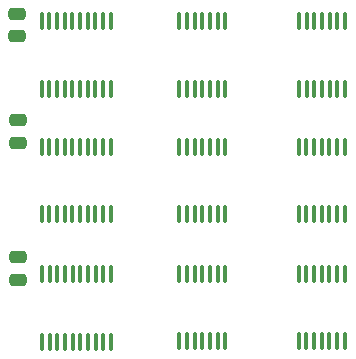
<source format=gbr>
%TF.GenerationSoftware,KiCad,Pcbnew,(6.0.0-0)*%
%TF.CreationDate,2022-01-18T20:37:00-05:00*%
%TF.ProjectId,Modules,4d6f6475-6c65-4732-9e6b-696361645f70,rev?*%
%TF.SameCoordinates,Original*%
%TF.FileFunction,Paste,Top*%
%TF.FilePolarity,Positive*%
%FSLAX46Y46*%
G04 Gerber Fmt 4.6, Leading zero omitted, Abs format (unit mm)*
G04 Created by KiCad (PCBNEW (6.0.0-0)) date 2022-01-18 20:37:00*
%MOMM*%
%LPD*%
G01*
G04 APERTURE LIST*
G04 Aperture macros list*
%AMRoundRect*
0 Rectangle with rounded corners*
0 $1 Rounding radius*
0 $2 $3 $4 $5 $6 $7 $8 $9 X,Y pos of 4 corners*
0 Add a 4 corners polygon primitive as box body*
4,1,4,$2,$3,$4,$5,$6,$7,$8,$9,$2,$3,0*
0 Add four circle primitives for the rounded corners*
1,1,$1+$1,$2,$3*
1,1,$1+$1,$4,$5*
1,1,$1+$1,$6,$7*
1,1,$1+$1,$8,$9*
0 Add four rect primitives between the rounded corners*
20,1,$1+$1,$2,$3,$4,$5,0*
20,1,$1+$1,$4,$5,$6,$7,0*
20,1,$1+$1,$6,$7,$8,$9,0*
20,1,$1+$1,$8,$9,$2,$3,0*%
G04 Aperture macros list end*
%ADD10RoundRect,0.250000X0.475000X-0.250000X0.475000X0.250000X-0.475000X0.250000X-0.475000X-0.250000X0*%
%ADD11RoundRect,0.100000X0.100000X-0.637500X0.100000X0.637500X-0.100000X0.637500X-0.100000X-0.637500X0*%
G04 APERTURE END LIST*
D10*
%TO.C,C1*%
X124950000Y-81425000D03*
X124950000Y-79525000D03*
%TD*%
D11*
%TO.C,U2*%
X138675000Y-85862500D03*
X139325000Y-85862500D03*
X139975000Y-85862500D03*
X140625000Y-85862500D03*
X141275000Y-85862500D03*
X141925000Y-85862500D03*
X142575000Y-85862500D03*
X142575000Y-80137500D03*
X141925000Y-80137500D03*
X141275000Y-80137500D03*
X140625000Y-80137500D03*
X139975000Y-80137500D03*
X139325000Y-80137500D03*
X138675000Y-80137500D03*
%TD*%
%TO.C,U7*%
X138675000Y-107262500D03*
X139325000Y-107262500D03*
X139975000Y-107262500D03*
X140625000Y-107262500D03*
X141275000Y-107262500D03*
X141925000Y-107262500D03*
X142575000Y-107262500D03*
X142575000Y-101537500D03*
X141925000Y-101537500D03*
X141275000Y-101537500D03*
X140625000Y-101537500D03*
X139975000Y-101537500D03*
X139325000Y-101537500D03*
X138675000Y-101537500D03*
%TD*%
%TO.C,U9*%
X127025000Y-96512500D03*
X127675000Y-96512500D03*
X128325000Y-96512500D03*
X128975000Y-96512500D03*
X129625000Y-96512500D03*
X130275000Y-96512500D03*
X130925000Y-96512500D03*
X131575000Y-96512500D03*
X132225000Y-96512500D03*
X132875000Y-96512500D03*
X132875000Y-90787500D03*
X132225000Y-90787500D03*
X131575000Y-90787500D03*
X130925000Y-90787500D03*
X130275000Y-90787500D03*
X129625000Y-90787500D03*
X128975000Y-90787500D03*
X128325000Y-90787500D03*
X127675000Y-90787500D03*
X127025000Y-90787500D03*
%TD*%
%TO.C,U1*%
X127050000Y-107287500D03*
X127700000Y-107287500D03*
X128350000Y-107287500D03*
X129000000Y-107287500D03*
X129650000Y-107287500D03*
X130300000Y-107287500D03*
X130950000Y-107287500D03*
X131600000Y-107287500D03*
X132250000Y-107287500D03*
X132900000Y-107287500D03*
X132900000Y-101562500D03*
X132250000Y-101562500D03*
X131600000Y-101562500D03*
X130950000Y-101562500D03*
X130300000Y-101562500D03*
X129650000Y-101562500D03*
X129000000Y-101562500D03*
X128350000Y-101562500D03*
X127700000Y-101562500D03*
X127050000Y-101562500D03*
%TD*%
%TO.C,U5*%
X148800000Y-96487500D03*
X149450000Y-96487500D03*
X150100000Y-96487500D03*
X150750000Y-96487500D03*
X151400000Y-96487500D03*
X152050000Y-96487500D03*
X152700000Y-96487500D03*
X152700000Y-90762500D03*
X152050000Y-90762500D03*
X151400000Y-90762500D03*
X150750000Y-90762500D03*
X150100000Y-90762500D03*
X149450000Y-90762500D03*
X148800000Y-90762500D03*
%TD*%
%TO.C,U6*%
X127025000Y-85862500D03*
X127675000Y-85862500D03*
X128325000Y-85862500D03*
X128975000Y-85862500D03*
X129625000Y-85862500D03*
X130275000Y-85862500D03*
X130925000Y-85862500D03*
X131575000Y-85862500D03*
X132225000Y-85862500D03*
X132875000Y-85862500D03*
X132875000Y-80137500D03*
X132225000Y-80137500D03*
X131575000Y-80137500D03*
X130925000Y-80137500D03*
X130275000Y-80137500D03*
X129625000Y-80137500D03*
X128975000Y-80137500D03*
X128325000Y-80137500D03*
X127675000Y-80137500D03*
X127025000Y-80137500D03*
%TD*%
D10*
%TO.C,C3*%
X125050000Y-102050000D03*
X125050000Y-100150000D03*
%TD*%
D11*
%TO.C,U8*%
X148800000Y-107262500D03*
X149450000Y-107262500D03*
X150100000Y-107262500D03*
X150750000Y-107262500D03*
X151400000Y-107262500D03*
X152050000Y-107262500D03*
X152700000Y-107262500D03*
X152700000Y-101537500D03*
X152050000Y-101537500D03*
X151400000Y-101537500D03*
X150750000Y-101537500D03*
X150100000Y-101537500D03*
X149450000Y-101537500D03*
X148800000Y-101537500D03*
%TD*%
D10*
%TO.C,C2*%
X125050000Y-90450000D03*
X125050000Y-88550000D03*
%TD*%
D11*
%TO.C,U4*%
X148825000Y-85862500D03*
X149475000Y-85862500D03*
X150125000Y-85862500D03*
X150775000Y-85862500D03*
X151425000Y-85862500D03*
X152075000Y-85862500D03*
X152725000Y-85862500D03*
X152725000Y-80137500D03*
X152075000Y-80137500D03*
X151425000Y-80137500D03*
X150775000Y-80137500D03*
X150125000Y-80137500D03*
X149475000Y-80137500D03*
X148825000Y-80137500D03*
%TD*%
%TO.C,U3*%
X138675000Y-96512500D03*
X139325000Y-96512500D03*
X139975000Y-96512500D03*
X140625000Y-96512500D03*
X141275000Y-96512500D03*
X141925000Y-96512500D03*
X142575000Y-96512500D03*
X142575000Y-90787500D03*
X141925000Y-90787500D03*
X141275000Y-90787500D03*
X140625000Y-90787500D03*
X139975000Y-90787500D03*
X139325000Y-90787500D03*
X138675000Y-90787500D03*
%TD*%
M02*

</source>
